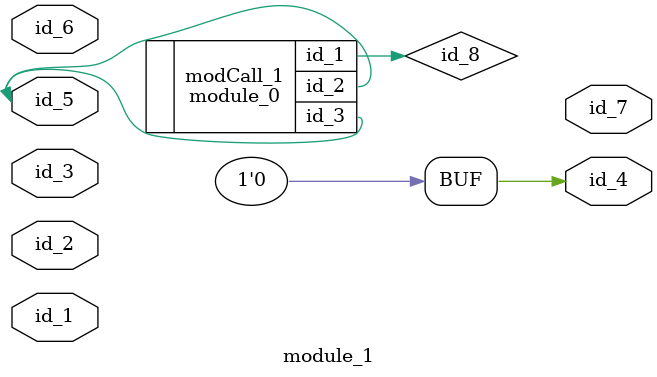
<source format=v>
module module_0 (
    id_1,
    id_2,
    id_3
);
  inout wire id_3;
  inout wire id_2;
  inout wire id_1;
  wand id_4 = 1'b0;
endmodule
module module_1 (
    id_1,
    id_2,
    id_3,
    id_4,
    id_5,
    id_6,
    id_7
);
  output wire id_7;
  input wire id_6;
  inout wire id_5;
  output wire id_4;
  input wire id_3;
  inout wire id_2;
  input wire id_1;
  wire id_8;
  module_0 modCall_1 (
      id_8,
      id_5,
      id_5
  );
  assign id_4 = 1'b0;
endmodule

</source>
